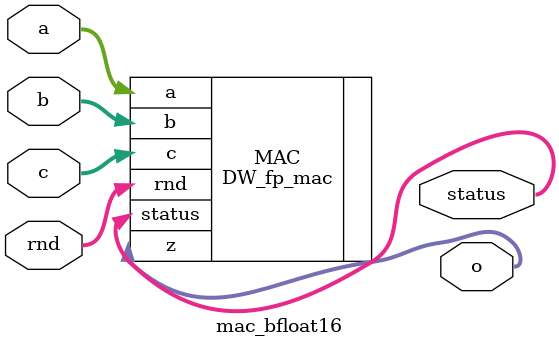
<source format=sv>
/*
 * File: template.sv
 * Author: Michal Gorywoda
 * Created Date: March 9th 2025
 * 
 * Copyright (c) 2025 Michal Gorywoda, KAIST SEED Lab
 */

 `default_nettype none
 module mac_bfloat16 #(
    parameter   N_SIG    = 7,
    parameter   N_EXP    = 8,
    parameter   N_DATA   = N_EXP + N_SIG + 1
 ) (
    input   logic [N_DATA-1:0]   a,
    input   logic [N_DATA-1:0]   b,
    input   logic [N_DATA-1:0]   c,
    input   logic [2:0]          rnd,
    output  logic [N_DATA-1:0]   o,
    output  logic [7:0]          status
 );
 
 
DW_fp_mac #
(
   .sig_width(N_SIG), 
   .exp_width(N_EXP), 
   .ieee_compliance(), 
   .en_ubr_flag()
) MAC ( 
   .a(a), 
   .b(b),
   .c(c),
   .rnd(rnd), 
   .z(o), 
   .status(status) 
);
    
endmodule
</source>
